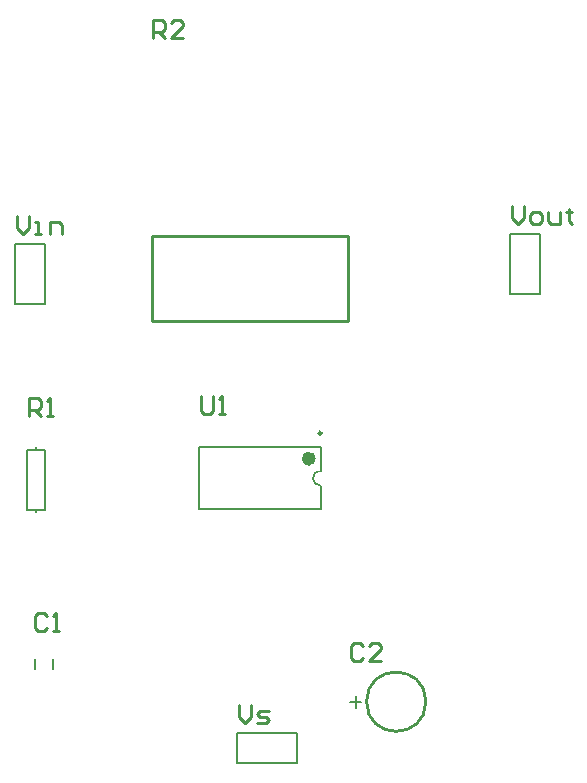
<source format=gto>
G04 Layer_Color=65535*
%FSAX25Y25*%
%MOIN*%
G70*
G01*
G75*
%ADD17C,0.01000*%
%ADD18C,0.02362*%
%ADD19C,0.00984*%
%ADD20C,0.00787*%
%ADD21C,0.00591*%
D17*
X0347399Y0328500D02*
G03*
X0347399Y0328500I-0009900J0000000D01*
G01*
X0321500Y0455500D02*
Y0483846D01*
X0256146Y0455500D02*
X0321500D01*
X0256146Y0483846D02*
X0321500D01*
X0256146Y0455500D02*
Y0483846D01*
X0211150Y0490348D02*
Y0486349D01*
X0213149Y0484350D01*
X0215149Y0486349D01*
Y0490348D01*
X0217148Y0484350D02*
X0219147D01*
X0218148D01*
Y0488349D01*
X0217148D01*
X0222146Y0484350D02*
Y0488349D01*
X0225146D01*
X0226145Y0487349D01*
Y0484350D01*
X0256500Y0549800D02*
Y0555798D01*
X0259499D01*
X0260499Y0554798D01*
Y0552799D01*
X0259499Y0551799D01*
X0256500D01*
X0258499D02*
X0260499Y0549800D01*
X0266497D02*
X0262498D01*
X0266497Y0553799D01*
Y0554798D01*
X0265497Y0555798D01*
X0263498D01*
X0262498Y0554798D01*
X0376150Y0493848D02*
Y0489849D01*
X0378149Y0487850D01*
X0380149Y0489849D01*
Y0493848D01*
X0383148Y0487850D02*
X0385147D01*
X0386147Y0488850D01*
Y0490849D01*
X0385147Y0491849D01*
X0383148D01*
X0382148Y0490849D01*
Y0488850D01*
X0383148Y0487850D01*
X0388146Y0491849D02*
Y0488850D01*
X0389146Y0487850D01*
X0392145D01*
Y0491849D01*
X0395144Y0492848D02*
Y0491849D01*
X0394144D01*
X0396144D01*
X0395144D01*
Y0488850D01*
X0396144Y0487850D01*
X0326399Y0346898D02*
X0325399Y0347898D01*
X0323400D01*
X0322400Y0346898D01*
Y0342900D01*
X0323400Y0341900D01*
X0325399D01*
X0326399Y0342900D01*
X0332397Y0341900D02*
X0328398D01*
X0332397Y0345899D01*
Y0346898D01*
X0331397Y0347898D01*
X0329398D01*
X0328398Y0346898D01*
X0272300Y0430398D02*
Y0425400D01*
X0273300Y0424400D01*
X0275299D01*
X0276299Y0425400D01*
Y0430398D01*
X0278298Y0424400D02*
X0280297D01*
X0279298D01*
Y0430398D01*
X0278298Y0429398D01*
X0221099Y0357098D02*
X0220099Y0358098D01*
X0218100D01*
X0217100Y0357098D01*
Y0353100D01*
X0218100Y0352100D01*
X0220099D01*
X0221099Y0353100D01*
X0223098Y0352100D02*
X0225097D01*
X0224098D01*
Y0358098D01*
X0223098Y0357098D01*
X0215100Y0423700D02*
Y0429698D01*
X0218099D01*
X0219099Y0428698D01*
Y0426699D01*
X0218099Y0425699D01*
X0215100D01*
X0217099D02*
X0219099Y0423700D01*
X0221098D02*
X0223097D01*
X0222098D01*
Y0429698D01*
X0221098Y0428698D01*
X0285100Y0327398D02*
Y0323399D01*
X0287099Y0321400D01*
X0289099Y0323399D01*
Y0327398D01*
X0291098Y0321400D02*
X0294097D01*
X0295097Y0322400D01*
X0294097Y0323399D01*
X0292098D01*
X0291098Y0324399D01*
X0292098Y0325399D01*
X0295097D01*
D18*
X0309520Y0409496D02*
G03*
X0309520Y0409496I-0001181J0000000D01*
G01*
D19*
X0312610Y0418000D02*
G03*
X0312610Y0418000I-0000492J0000000D01*
G01*
D20*
X0312276Y0405500D02*
G03*
X0312276Y0400500I0000000J-0002500D01*
G01*
X0210500Y0481000D02*
X0220500D01*
Y0461000D02*
Y0481000D01*
X0210500Y0461000D02*
X0220500D01*
X0210500D02*
Y0481000D01*
X0375500Y0484500D02*
X0385500D01*
Y0464500D02*
Y0484500D01*
X0375500Y0464500D02*
X0385500D01*
X0375500D02*
Y0484500D01*
X0271724Y0392567D02*
Y0413433D01*
X0312276Y0392567D02*
Y0400500D01*
Y0405500D02*
Y0413433D01*
X0271724Y0392567D02*
X0312276D01*
X0271724Y0413433D02*
X0312276D01*
X0217047Y0339425D02*
Y0342575D01*
X0222953Y0339425D02*
Y0342575D01*
X0217500Y0392500D02*
X0220500D01*
Y0412500D01*
X0214500D02*
X0220500D01*
X0214500Y0392500D02*
Y0412500D01*
Y0392500D02*
X0217500D01*
Y0412500D02*
Y0413400D01*
Y0391600D02*
Y0392500D01*
X0304500Y0308000D02*
Y0318000D01*
X0284500Y0308000D02*
X0304500D01*
X0284500D02*
Y0318000D01*
X0304500D01*
D21*
X0322000Y0328452D02*
X0325936D01*
X0323968Y0330420D02*
Y0326484D01*
M02*

</source>
